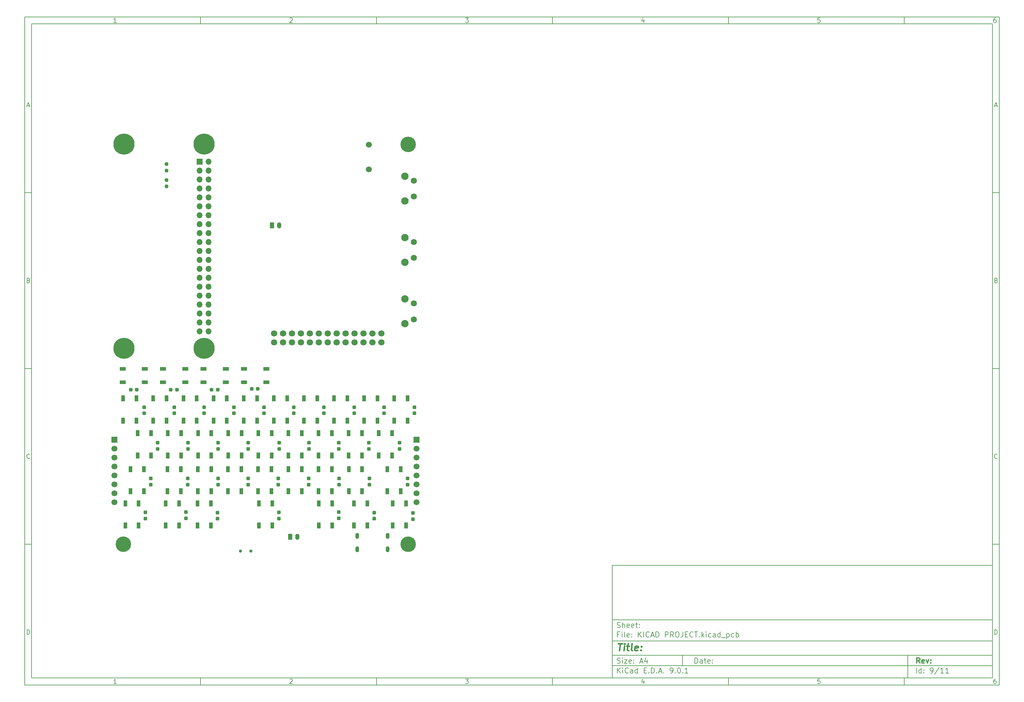
<source format=gbr>
%TF.GenerationSoftware,KiCad,Pcbnew,9.0.1*%
%TF.CreationDate,2025-07-11T00:17:54-07:00*%
%TF.ProjectId,KICAD PROJECT,4b494341-4420-4505-924f-4a4543542e6b,rev?*%
%TF.SameCoordinates,Original*%
%TF.FileFunction,Soldermask,Top*%
%TF.FilePolarity,Negative*%
%FSLAX46Y46*%
G04 Gerber Fmt 4.6, Leading zero omitted, Abs format (unit mm)*
G04 Created by KiCad (PCBNEW 9.0.1) date 2025-07-11 00:17:54*
%MOMM*%
%LPD*%
G01*
G04 APERTURE LIST*
G04 Aperture macros list*
%AMRoundRect*
0 Rectangle with rounded corners*
0 $1 Rounding radius*
0 $2 $3 $4 $5 $6 $7 $8 $9 X,Y pos of 4 corners*
0 Add a 4 corners polygon primitive as box body*
4,1,4,$2,$3,$4,$5,$6,$7,$8,$9,$2,$3,0*
0 Add four circle primitives for the rounded corners*
1,1,$1+$1,$2,$3*
1,1,$1+$1,$4,$5*
1,1,$1+$1,$6,$7*
1,1,$1+$1,$8,$9*
0 Add four rect primitives between the rounded corners*
20,1,$1+$1,$2,$3,$4,$5,0*
20,1,$1+$1,$4,$5,$6,$7,0*
20,1,$1+$1,$6,$7,$8,$9,0*
20,1,$1+$1,$8,$9,$2,$3,0*%
G04 Aperture macros list end*
%ADD10C,0.100000*%
%ADD11C,0.150000*%
%ADD12C,0.300000*%
%ADD13C,0.400000*%
%ADD14C,1.800000*%
%ADD15RoundRect,0.237500X-0.237500X0.287500X-0.237500X-0.287500X0.237500X-0.287500X0.237500X0.287500X0*%
%ADD16R,1.000000X1.700000*%
%ADD17RoundRect,0.237500X-0.287500X-0.237500X0.287500X-0.237500X0.287500X0.237500X-0.287500X0.237500X0*%
%ADD18C,4.400000*%
%ADD19R,1.700000X1.000000*%
%ADD20RoundRect,0.237500X-0.237500X0.250000X-0.237500X-0.250000X0.237500X-0.250000X0.237500X0.250000X0*%
%ADD21RoundRect,0.237500X0.237500X-0.250000X0.237500X0.250000X-0.237500X0.250000X-0.237500X-0.250000X0*%
%ADD22C,2.100000*%
%ADD23C,1.750000*%
%ADD24C,6.000000*%
%ADD25R,1.700000X1.700000*%
%ADD26O,1.700000X1.700000*%
%ADD27RoundRect,0.250000X-0.350000X-0.625000X0.350000X-0.625000X0.350000X0.625000X-0.350000X0.625000X0*%
%ADD28O,1.200000X1.750000*%
%ADD29O,1.100000X1.700000*%
%ADD30C,1.700000*%
%ADD31C,0.900000*%
G04 APERTURE END LIST*
D10*
D11*
X177002200Y-166007200D02*
X285002200Y-166007200D01*
X285002200Y-198007200D01*
X177002200Y-198007200D01*
X177002200Y-166007200D01*
D10*
D11*
X10000000Y-10000000D02*
X287002200Y-10000000D01*
X287002200Y-200007200D01*
X10000000Y-200007200D01*
X10000000Y-10000000D01*
D10*
D11*
X12000000Y-12000000D02*
X285002200Y-12000000D01*
X285002200Y-198007200D01*
X12000000Y-198007200D01*
X12000000Y-12000000D01*
D10*
D11*
X60000000Y-12000000D02*
X60000000Y-10000000D01*
D10*
D11*
X110000000Y-12000000D02*
X110000000Y-10000000D01*
D10*
D11*
X160000000Y-12000000D02*
X160000000Y-10000000D01*
D10*
D11*
X210000000Y-12000000D02*
X210000000Y-10000000D01*
D10*
D11*
X260000000Y-12000000D02*
X260000000Y-10000000D01*
D10*
D11*
X36089160Y-11593604D02*
X35346303Y-11593604D01*
X35717731Y-11593604D02*
X35717731Y-10293604D01*
X35717731Y-10293604D02*
X35593922Y-10479319D01*
X35593922Y-10479319D02*
X35470112Y-10603128D01*
X35470112Y-10603128D02*
X35346303Y-10665033D01*
D10*
D11*
X85346303Y-10417414D02*
X85408207Y-10355509D01*
X85408207Y-10355509D02*
X85532017Y-10293604D01*
X85532017Y-10293604D02*
X85841541Y-10293604D01*
X85841541Y-10293604D02*
X85965350Y-10355509D01*
X85965350Y-10355509D02*
X86027255Y-10417414D01*
X86027255Y-10417414D02*
X86089160Y-10541223D01*
X86089160Y-10541223D02*
X86089160Y-10665033D01*
X86089160Y-10665033D02*
X86027255Y-10850747D01*
X86027255Y-10850747D02*
X85284398Y-11593604D01*
X85284398Y-11593604D02*
X86089160Y-11593604D01*
D10*
D11*
X135284398Y-10293604D02*
X136089160Y-10293604D01*
X136089160Y-10293604D02*
X135655826Y-10788842D01*
X135655826Y-10788842D02*
X135841541Y-10788842D01*
X135841541Y-10788842D02*
X135965350Y-10850747D01*
X135965350Y-10850747D02*
X136027255Y-10912652D01*
X136027255Y-10912652D02*
X136089160Y-11036461D01*
X136089160Y-11036461D02*
X136089160Y-11345985D01*
X136089160Y-11345985D02*
X136027255Y-11469795D01*
X136027255Y-11469795D02*
X135965350Y-11531700D01*
X135965350Y-11531700D02*
X135841541Y-11593604D01*
X135841541Y-11593604D02*
X135470112Y-11593604D01*
X135470112Y-11593604D02*
X135346303Y-11531700D01*
X135346303Y-11531700D02*
X135284398Y-11469795D01*
D10*
D11*
X185965350Y-10726938D02*
X185965350Y-11593604D01*
X185655826Y-10231700D02*
X185346303Y-11160271D01*
X185346303Y-11160271D02*
X186151064Y-11160271D01*
D10*
D11*
X236027255Y-10293604D02*
X235408207Y-10293604D01*
X235408207Y-10293604D02*
X235346303Y-10912652D01*
X235346303Y-10912652D02*
X235408207Y-10850747D01*
X235408207Y-10850747D02*
X235532017Y-10788842D01*
X235532017Y-10788842D02*
X235841541Y-10788842D01*
X235841541Y-10788842D02*
X235965350Y-10850747D01*
X235965350Y-10850747D02*
X236027255Y-10912652D01*
X236027255Y-10912652D02*
X236089160Y-11036461D01*
X236089160Y-11036461D02*
X236089160Y-11345985D01*
X236089160Y-11345985D02*
X236027255Y-11469795D01*
X236027255Y-11469795D02*
X235965350Y-11531700D01*
X235965350Y-11531700D02*
X235841541Y-11593604D01*
X235841541Y-11593604D02*
X235532017Y-11593604D01*
X235532017Y-11593604D02*
X235408207Y-11531700D01*
X235408207Y-11531700D02*
X235346303Y-11469795D01*
D10*
D11*
X285965350Y-10293604D02*
X285717731Y-10293604D01*
X285717731Y-10293604D02*
X285593922Y-10355509D01*
X285593922Y-10355509D02*
X285532017Y-10417414D01*
X285532017Y-10417414D02*
X285408207Y-10603128D01*
X285408207Y-10603128D02*
X285346303Y-10850747D01*
X285346303Y-10850747D02*
X285346303Y-11345985D01*
X285346303Y-11345985D02*
X285408207Y-11469795D01*
X285408207Y-11469795D02*
X285470112Y-11531700D01*
X285470112Y-11531700D02*
X285593922Y-11593604D01*
X285593922Y-11593604D02*
X285841541Y-11593604D01*
X285841541Y-11593604D02*
X285965350Y-11531700D01*
X285965350Y-11531700D02*
X286027255Y-11469795D01*
X286027255Y-11469795D02*
X286089160Y-11345985D01*
X286089160Y-11345985D02*
X286089160Y-11036461D01*
X286089160Y-11036461D02*
X286027255Y-10912652D01*
X286027255Y-10912652D02*
X285965350Y-10850747D01*
X285965350Y-10850747D02*
X285841541Y-10788842D01*
X285841541Y-10788842D02*
X285593922Y-10788842D01*
X285593922Y-10788842D02*
X285470112Y-10850747D01*
X285470112Y-10850747D02*
X285408207Y-10912652D01*
X285408207Y-10912652D02*
X285346303Y-11036461D01*
D10*
D11*
X60000000Y-198007200D02*
X60000000Y-200007200D01*
D10*
D11*
X110000000Y-198007200D02*
X110000000Y-200007200D01*
D10*
D11*
X160000000Y-198007200D02*
X160000000Y-200007200D01*
D10*
D11*
X210000000Y-198007200D02*
X210000000Y-200007200D01*
D10*
D11*
X260000000Y-198007200D02*
X260000000Y-200007200D01*
D10*
D11*
X36089160Y-199600804D02*
X35346303Y-199600804D01*
X35717731Y-199600804D02*
X35717731Y-198300804D01*
X35717731Y-198300804D02*
X35593922Y-198486519D01*
X35593922Y-198486519D02*
X35470112Y-198610328D01*
X35470112Y-198610328D02*
X35346303Y-198672233D01*
D10*
D11*
X85346303Y-198424614D02*
X85408207Y-198362709D01*
X85408207Y-198362709D02*
X85532017Y-198300804D01*
X85532017Y-198300804D02*
X85841541Y-198300804D01*
X85841541Y-198300804D02*
X85965350Y-198362709D01*
X85965350Y-198362709D02*
X86027255Y-198424614D01*
X86027255Y-198424614D02*
X86089160Y-198548423D01*
X86089160Y-198548423D02*
X86089160Y-198672233D01*
X86089160Y-198672233D02*
X86027255Y-198857947D01*
X86027255Y-198857947D02*
X85284398Y-199600804D01*
X85284398Y-199600804D02*
X86089160Y-199600804D01*
D10*
D11*
X135284398Y-198300804D02*
X136089160Y-198300804D01*
X136089160Y-198300804D02*
X135655826Y-198796042D01*
X135655826Y-198796042D02*
X135841541Y-198796042D01*
X135841541Y-198796042D02*
X135965350Y-198857947D01*
X135965350Y-198857947D02*
X136027255Y-198919852D01*
X136027255Y-198919852D02*
X136089160Y-199043661D01*
X136089160Y-199043661D02*
X136089160Y-199353185D01*
X136089160Y-199353185D02*
X136027255Y-199476995D01*
X136027255Y-199476995D02*
X135965350Y-199538900D01*
X135965350Y-199538900D02*
X135841541Y-199600804D01*
X135841541Y-199600804D02*
X135470112Y-199600804D01*
X135470112Y-199600804D02*
X135346303Y-199538900D01*
X135346303Y-199538900D02*
X135284398Y-199476995D01*
D10*
D11*
X185965350Y-198734138D02*
X185965350Y-199600804D01*
X185655826Y-198238900D02*
X185346303Y-199167471D01*
X185346303Y-199167471D02*
X186151064Y-199167471D01*
D10*
D11*
X236027255Y-198300804D02*
X235408207Y-198300804D01*
X235408207Y-198300804D02*
X235346303Y-198919852D01*
X235346303Y-198919852D02*
X235408207Y-198857947D01*
X235408207Y-198857947D02*
X235532017Y-198796042D01*
X235532017Y-198796042D02*
X235841541Y-198796042D01*
X235841541Y-198796042D02*
X235965350Y-198857947D01*
X235965350Y-198857947D02*
X236027255Y-198919852D01*
X236027255Y-198919852D02*
X236089160Y-199043661D01*
X236089160Y-199043661D02*
X236089160Y-199353185D01*
X236089160Y-199353185D02*
X236027255Y-199476995D01*
X236027255Y-199476995D02*
X235965350Y-199538900D01*
X235965350Y-199538900D02*
X235841541Y-199600804D01*
X235841541Y-199600804D02*
X235532017Y-199600804D01*
X235532017Y-199600804D02*
X235408207Y-199538900D01*
X235408207Y-199538900D02*
X235346303Y-199476995D01*
D10*
D11*
X285965350Y-198300804D02*
X285717731Y-198300804D01*
X285717731Y-198300804D02*
X285593922Y-198362709D01*
X285593922Y-198362709D02*
X285532017Y-198424614D01*
X285532017Y-198424614D02*
X285408207Y-198610328D01*
X285408207Y-198610328D02*
X285346303Y-198857947D01*
X285346303Y-198857947D02*
X285346303Y-199353185D01*
X285346303Y-199353185D02*
X285408207Y-199476995D01*
X285408207Y-199476995D02*
X285470112Y-199538900D01*
X285470112Y-199538900D02*
X285593922Y-199600804D01*
X285593922Y-199600804D02*
X285841541Y-199600804D01*
X285841541Y-199600804D02*
X285965350Y-199538900D01*
X285965350Y-199538900D02*
X286027255Y-199476995D01*
X286027255Y-199476995D02*
X286089160Y-199353185D01*
X286089160Y-199353185D02*
X286089160Y-199043661D01*
X286089160Y-199043661D02*
X286027255Y-198919852D01*
X286027255Y-198919852D02*
X285965350Y-198857947D01*
X285965350Y-198857947D02*
X285841541Y-198796042D01*
X285841541Y-198796042D02*
X285593922Y-198796042D01*
X285593922Y-198796042D02*
X285470112Y-198857947D01*
X285470112Y-198857947D02*
X285408207Y-198919852D01*
X285408207Y-198919852D02*
X285346303Y-199043661D01*
D10*
D11*
X10000000Y-60000000D02*
X12000000Y-60000000D01*
D10*
D11*
X10000000Y-110000000D02*
X12000000Y-110000000D01*
D10*
D11*
X10000000Y-160000000D02*
X12000000Y-160000000D01*
D10*
D11*
X10690476Y-35222176D02*
X11309523Y-35222176D01*
X10566666Y-35593604D02*
X10999999Y-34293604D01*
X10999999Y-34293604D02*
X11433333Y-35593604D01*
D10*
D11*
X11092857Y-84912652D02*
X11278571Y-84974557D01*
X11278571Y-84974557D02*
X11340476Y-85036461D01*
X11340476Y-85036461D02*
X11402380Y-85160271D01*
X11402380Y-85160271D02*
X11402380Y-85345985D01*
X11402380Y-85345985D02*
X11340476Y-85469795D01*
X11340476Y-85469795D02*
X11278571Y-85531700D01*
X11278571Y-85531700D02*
X11154761Y-85593604D01*
X11154761Y-85593604D02*
X10659523Y-85593604D01*
X10659523Y-85593604D02*
X10659523Y-84293604D01*
X10659523Y-84293604D02*
X11092857Y-84293604D01*
X11092857Y-84293604D02*
X11216666Y-84355509D01*
X11216666Y-84355509D02*
X11278571Y-84417414D01*
X11278571Y-84417414D02*
X11340476Y-84541223D01*
X11340476Y-84541223D02*
X11340476Y-84665033D01*
X11340476Y-84665033D02*
X11278571Y-84788842D01*
X11278571Y-84788842D02*
X11216666Y-84850747D01*
X11216666Y-84850747D02*
X11092857Y-84912652D01*
X11092857Y-84912652D02*
X10659523Y-84912652D01*
D10*
D11*
X11402380Y-135469795D02*
X11340476Y-135531700D01*
X11340476Y-135531700D02*
X11154761Y-135593604D01*
X11154761Y-135593604D02*
X11030952Y-135593604D01*
X11030952Y-135593604D02*
X10845238Y-135531700D01*
X10845238Y-135531700D02*
X10721428Y-135407890D01*
X10721428Y-135407890D02*
X10659523Y-135284080D01*
X10659523Y-135284080D02*
X10597619Y-135036461D01*
X10597619Y-135036461D02*
X10597619Y-134850747D01*
X10597619Y-134850747D02*
X10659523Y-134603128D01*
X10659523Y-134603128D02*
X10721428Y-134479319D01*
X10721428Y-134479319D02*
X10845238Y-134355509D01*
X10845238Y-134355509D02*
X11030952Y-134293604D01*
X11030952Y-134293604D02*
X11154761Y-134293604D01*
X11154761Y-134293604D02*
X11340476Y-134355509D01*
X11340476Y-134355509D02*
X11402380Y-134417414D01*
D10*
D11*
X10659523Y-185593604D02*
X10659523Y-184293604D01*
X10659523Y-184293604D02*
X10969047Y-184293604D01*
X10969047Y-184293604D02*
X11154761Y-184355509D01*
X11154761Y-184355509D02*
X11278571Y-184479319D01*
X11278571Y-184479319D02*
X11340476Y-184603128D01*
X11340476Y-184603128D02*
X11402380Y-184850747D01*
X11402380Y-184850747D02*
X11402380Y-185036461D01*
X11402380Y-185036461D02*
X11340476Y-185284080D01*
X11340476Y-185284080D02*
X11278571Y-185407890D01*
X11278571Y-185407890D02*
X11154761Y-185531700D01*
X11154761Y-185531700D02*
X10969047Y-185593604D01*
X10969047Y-185593604D02*
X10659523Y-185593604D01*
D10*
D11*
X287002200Y-60000000D02*
X285002200Y-60000000D01*
D10*
D11*
X287002200Y-110000000D02*
X285002200Y-110000000D01*
D10*
D11*
X287002200Y-160000000D02*
X285002200Y-160000000D01*
D10*
D11*
X285692676Y-35222176D02*
X286311723Y-35222176D01*
X285568866Y-35593604D02*
X286002199Y-34293604D01*
X286002199Y-34293604D02*
X286435533Y-35593604D01*
D10*
D11*
X286095057Y-84912652D02*
X286280771Y-84974557D01*
X286280771Y-84974557D02*
X286342676Y-85036461D01*
X286342676Y-85036461D02*
X286404580Y-85160271D01*
X286404580Y-85160271D02*
X286404580Y-85345985D01*
X286404580Y-85345985D02*
X286342676Y-85469795D01*
X286342676Y-85469795D02*
X286280771Y-85531700D01*
X286280771Y-85531700D02*
X286156961Y-85593604D01*
X286156961Y-85593604D02*
X285661723Y-85593604D01*
X285661723Y-85593604D02*
X285661723Y-84293604D01*
X285661723Y-84293604D02*
X286095057Y-84293604D01*
X286095057Y-84293604D02*
X286218866Y-84355509D01*
X286218866Y-84355509D02*
X286280771Y-84417414D01*
X286280771Y-84417414D02*
X286342676Y-84541223D01*
X286342676Y-84541223D02*
X286342676Y-84665033D01*
X286342676Y-84665033D02*
X286280771Y-84788842D01*
X286280771Y-84788842D02*
X286218866Y-84850747D01*
X286218866Y-84850747D02*
X286095057Y-84912652D01*
X286095057Y-84912652D02*
X285661723Y-84912652D01*
D10*
D11*
X286404580Y-135469795D02*
X286342676Y-135531700D01*
X286342676Y-135531700D02*
X286156961Y-135593604D01*
X286156961Y-135593604D02*
X286033152Y-135593604D01*
X286033152Y-135593604D02*
X285847438Y-135531700D01*
X285847438Y-135531700D02*
X285723628Y-135407890D01*
X285723628Y-135407890D02*
X285661723Y-135284080D01*
X285661723Y-135284080D02*
X285599819Y-135036461D01*
X285599819Y-135036461D02*
X285599819Y-134850747D01*
X285599819Y-134850747D02*
X285661723Y-134603128D01*
X285661723Y-134603128D02*
X285723628Y-134479319D01*
X285723628Y-134479319D02*
X285847438Y-134355509D01*
X285847438Y-134355509D02*
X286033152Y-134293604D01*
X286033152Y-134293604D02*
X286156961Y-134293604D01*
X286156961Y-134293604D02*
X286342676Y-134355509D01*
X286342676Y-134355509D02*
X286404580Y-134417414D01*
D10*
D11*
X285661723Y-185593604D02*
X285661723Y-184293604D01*
X285661723Y-184293604D02*
X285971247Y-184293604D01*
X285971247Y-184293604D02*
X286156961Y-184355509D01*
X286156961Y-184355509D02*
X286280771Y-184479319D01*
X286280771Y-184479319D02*
X286342676Y-184603128D01*
X286342676Y-184603128D02*
X286404580Y-184850747D01*
X286404580Y-184850747D02*
X286404580Y-185036461D01*
X286404580Y-185036461D02*
X286342676Y-185284080D01*
X286342676Y-185284080D02*
X286280771Y-185407890D01*
X286280771Y-185407890D02*
X286156961Y-185531700D01*
X286156961Y-185531700D02*
X285971247Y-185593604D01*
X285971247Y-185593604D02*
X285661723Y-185593604D01*
D10*
D11*
X200458026Y-193793328D02*
X200458026Y-192293328D01*
X200458026Y-192293328D02*
X200815169Y-192293328D01*
X200815169Y-192293328D02*
X201029455Y-192364757D01*
X201029455Y-192364757D02*
X201172312Y-192507614D01*
X201172312Y-192507614D02*
X201243741Y-192650471D01*
X201243741Y-192650471D02*
X201315169Y-192936185D01*
X201315169Y-192936185D02*
X201315169Y-193150471D01*
X201315169Y-193150471D02*
X201243741Y-193436185D01*
X201243741Y-193436185D02*
X201172312Y-193579042D01*
X201172312Y-193579042D02*
X201029455Y-193721900D01*
X201029455Y-193721900D02*
X200815169Y-193793328D01*
X200815169Y-193793328D02*
X200458026Y-193793328D01*
X202600884Y-193793328D02*
X202600884Y-193007614D01*
X202600884Y-193007614D02*
X202529455Y-192864757D01*
X202529455Y-192864757D02*
X202386598Y-192793328D01*
X202386598Y-192793328D02*
X202100884Y-192793328D01*
X202100884Y-192793328D02*
X201958026Y-192864757D01*
X202600884Y-193721900D02*
X202458026Y-193793328D01*
X202458026Y-193793328D02*
X202100884Y-193793328D01*
X202100884Y-193793328D02*
X201958026Y-193721900D01*
X201958026Y-193721900D02*
X201886598Y-193579042D01*
X201886598Y-193579042D02*
X201886598Y-193436185D01*
X201886598Y-193436185D02*
X201958026Y-193293328D01*
X201958026Y-193293328D02*
X202100884Y-193221900D01*
X202100884Y-193221900D02*
X202458026Y-193221900D01*
X202458026Y-193221900D02*
X202600884Y-193150471D01*
X203100884Y-192793328D02*
X203672312Y-192793328D01*
X203315169Y-192293328D02*
X203315169Y-193579042D01*
X203315169Y-193579042D02*
X203386598Y-193721900D01*
X203386598Y-193721900D02*
X203529455Y-193793328D01*
X203529455Y-193793328D02*
X203672312Y-193793328D01*
X204743741Y-193721900D02*
X204600884Y-193793328D01*
X204600884Y-193793328D02*
X204315170Y-193793328D01*
X204315170Y-193793328D02*
X204172312Y-193721900D01*
X204172312Y-193721900D02*
X204100884Y-193579042D01*
X204100884Y-193579042D02*
X204100884Y-193007614D01*
X204100884Y-193007614D02*
X204172312Y-192864757D01*
X204172312Y-192864757D02*
X204315170Y-192793328D01*
X204315170Y-192793328D02*
X204600884Y-192793328D01*
X204600884Y-192793328D02*
X204743741Y-192864757D01*
X204743741Y-192864757D02*
X204815170Y-193007614D01*
X204815170Y-193007614D02*
X204815170Y-193150471D01*
X204815170Y-193150471D02*
X204100884Y-193293328D01*
X205458026Y-193650471D02*
X205529455Y-193721900D01*
X205529455Y-193721900D02*
X205458026Y-193793328D01*
X205458026Y-193793328D02*
X205386598Y-193721900D01*
X205386598Y-193721900D02*
X205458026Y-193650471D01*
X205458026Y-193650471D02*
X205458026Y-193793328D01*
X205458026Y-192864757D02*
X205529455Y-192936185D01*
X205529455Y-192936185D02*
X205458026Y-193007614D01*
X205458026Y-193007614D02*
X205386598Y-192936185D01*
X205386598Y-192936185D02*
X205458026Y-192864757D01*
X205458026Y-192864757D02*
X205458026Y-193007614D01*
D10*
D11*
X177002200Y-194507200D02*
X285002200Y-194507200D01*
D10*
D11*
X178458026Y-196593328D02*
X178458026Y-195093328D01*
X179315169Y-196593328D02*
X178672312Y-195736185D01*
X179315169Y-195093328D02*
X178458026Y-195950471D01*
X179958026Y-196593328D02*
X179958026Y-195593328D01*
X179958026Y-195093328D02*
X179886598Y-195164757D01*
X179886598Y-195164757D02*
X179958026Y-195236185D01*
X179958026Y-195236185D02*
X180029455Y-195164757D01*
X180029455Y-195164757D02*
X179958026Y-195093328D01*
X179958026Y-195093328D02*
X179958026Y-195236185D01*
X181529455Y-196450471D02*
X181458027Y-196521900D01*
X181458027Y-196521900D02*
X181243741Y-196593328D01*
X181243741Y-196593328D02*
X181100884Y-196593328D01*
X181100884Y-196593328D02*
X180886598Y-196521900D01*
X180886598Y-196521900D02*
X180743741Y-196379042D01*
X180743741Y-196379042D02*
X180672312Y-196236185D01*
X180672312Y-196236185D02*
X180600884Y-195950471D01*
X180600884Y-195950471D02*
X180600884Y-195736185D01*
X180600884Y-195736185D02*
X180672312Y-195450471D01*
X180672312Y-195450471D02*
X180743741Y-195307614D01*
X180743741Y-195307614D02*
X180886598Y-195164757D01*
X180886598Y-195164757D02*
X181100884Y-195093328D01*
X181100884Y-195093328D02*
X181243741Y-195093328D01*
X181243741Y-195093328D02*
X181458027Y-195164757D01*
X181458027Y-195164757D02*
X181529455Y-195236185D01*
X182815170Y-196593328D02*
X182815170Y-195807614D01*
X182815170Y-195807614D02*
X182743741Y-195664757D01*
X182743741Y-195664757D02*
X182600884Y-195593328D01*
X182600884Y-195593328D02*
X182315170Y-195593328D01*
X182315170Y-195593328D02*
X182172312Y-195664757D01*
X182815170Y-196521900D02*
X182672312Y-196593328D01*
X182672312Y-196593328D02*
X182315170Y-196593328D01*
X182315170Y-196593328D02*
X182172312Y-196521900D01*
X182172312Y-196521900D02*
X182100884Y-196379042D01*
X182100884Y-196379042D02*
X182100884Y-196236185D01*
X182100884Y-196236185D02*
X182172312Y-196093328D01*
X182172312Y-196093328D02*
X182315170Y-196021900D01*
X182315170Y-196021900D02*
X182672312Y-196021900D01*
X182672312Y-196021900D02*
X182815170Y-195950471D01*
X184172313Y-196593328D02*
X184172313Y-195093328D01*
X184172313Y-196521900D02*
X184029455Y-196593328D01*
X184029455Y-196593328D02*
X183743741Y-196593328D01*
X183743741Y-196593328D02*
X183600884Y-196521900D01*
X183600884Y-196521900D02*
X183529455Y-196450471D01*
X183529455Y-196450471D02*
X183458027Y-196307614D01*
X183458027Y-196307614D02*
X183458027Y-195879042D01*
X183458027Y-195879042D02*
X183529455Y-195736185D01*
X183529455Y-195736185D02*
X183600884Y-195664757D01*
X183600884Y-195664757D02*
X183743741Y-195593328D01*
X183743741Y-195593328D02*
X184029455Y-195593328D01*
X184029455Y-195593328D02*
X184172313Y-195664757D01*
X186029455Y-195807614D02*
X186529455Y-195807614D01*
X186743741Y-196593328D02*
X186029455Y-196593328D01*
X186029455Y-196593328D02*
X186029455Y-195093328D01*
X186029455Y-195093328D02*
X186743741Y-195093328D01*
X187386598Y-196450471D02*
X187458027Y-196521900D01*
X187458027Y-196521900D02*
X187386598Y-196593328D01*
X187386598Y-196593328D02*
X187315170Y-196521900D01*
X187315170Y-196521900D02*
X187386598Y-196450471D01*
X187386598Y-196450471D02*
X187386598Y-196593328D01*
X188100884Y-196593328D02*
X188100884Y-195093328D01*
X188100884Y-195093328D02*
X188458027Y-195093328D01*
X188458027Y-195093328D02*
X188672313Y-195164757D01*
X188672313Y-195164757D02*
X188815170Y-195307614D01*
X188815170Y-195307614D02*
X188886599Y-195450471D01*
X188886599Y-195450471D02*
X188958027Y-195736185D01*
X188958027Y-195736185D02*
X188958027Y-195950471D01*
X188958027Y-195950471D02*
X188886599Y-196236185D01*
X188886599Y-196236185D02*
X188815170Y-196379042D01*
X188815170Y-196379042D02*
X188672313Y-196521900D01*
X188672313Y-196521900D02*
X188458027Y-196593328D01*
X188458027Y-196593328D02*
X188100884Y-196593328D01*
X189600884Y-196450471D02*
X189672313Y-196521900D01*
X189672313Y-196521900D02*
X189600884Y-196593328D01*
X189600884Y-196593328D02*
X189529456Y-196521900D01*
X189529456Y-196521900D02*
X189600884Y-196450471D01*
X189600884Y-196450471D02*
X189600884Y-196593328D01*
X190243742Y-196164757D02*
X190958028Y-196164757D01*
X190100885Y-196593328D02*
X190600885Y-195093328D01*
X190600885Y-195093328D02*
X191100885Y-196593328D01*
X191600884Y-196450471D02*
X191672313Y-196521900D01*
X191672313Y-196521900D02*
X191600884Y-196593328D01*
X191600884Y-196593328D02*
X191529456Y-196521900D01*
X191529456Y-196521900D02*
X191600884Y-196450471D01*
X191600884Y-196450471D02*
X191600884Y-196593328D01*
X193529456Y-196593328D02*
X193815170Y-196593328D01*
X193815170Y-196593328D02*
X193958027Y-196521900D01*
X193958027Y-196521900D02*
X194029456Y-196450471D01*
X194029456Y-196450471D02*
X194172313Y-196236185D01*
X194172313Y-196236185D02*
X194243742Y-195950471D01*
X194243742Y-195950471D02*
X194243742Y-195379042D01*
X194243742Y-195379042D02*
X194172313Y-195236185D01*
X194172313Y-195236185D02*
X194100885Y-195164757D01*
X194100885Y-195164757D02*
X193958027Y-195093328D01*
X193958027Y-195093328D02*
X193672313Y-195093328D01*
X193672313Y-195093328D02*
X193529456Y-195164757D01*
X193529456Y-195164757D02*
X193458027Y-195236185D01*
X193458027Y-195236185D02*
X193386599Y-195379042D01*
X193386599Y-195379042D02*
X193386599Y-195736185D01*
X193386599Y-195736185D02*
X193458027Y-195879042D01*
X193458027Y-195879042D02*
X193529456Y-195950471D01*
X193529456Y-195950471D02*
X193672313Y-196021900D01*
X193672313Y-196021900D02*
X193958027Y-196021900D01*
X193958027Y-196021900D02*
X194100885Y-195950471D01*
X194100885Y-195950471D02*
X194172313Y-195879042D01*
X194172313Y-195879042D02*
X194243742Y-195736185D01*
X194886598Y-196450471D02*
X194958027Y-196521900D01*
X194958027Y-196521900D02*
X194886598Y-196593328D01*
X194886598Y-196593328D02*
X194815170Y-196521900D01*
X194815170Y-196521900D02*
X194886598Y-196450471D01*
X194886598Y-196450471D02*
X194886598Y-196593328D01*
X195886599Y-195093328D02*
X196029456Y-195093328D01*
X196029456Y-195093328D02*
X196172313Y-195164757D01*
X196172313Y-195164757D02*
X196243742Y-195236185D01*
X196243742Y-195236185D02*
X196315170Y-195379042D01*
X196315170Y-195379042D02*
X196386599Y-195664757D01*
X196386599Y-195664757D02*
X196386599Y-196021900D01*
X196386599Y-196021900D02*
X196315170Y-196307614D01*
X196315170Y-196307614D02*
X196243742Y-196450471D01*
X196243742Y-196450471D02*
X196172313Y-196521900D01*
X196172313Y-196521900D02*
X196029456Y-196593328D01*
X196029456Y-196593328D02*
X195886599Y-196593328D01*
X195886599Y-196593328D02*
X195743742Y-196521900D01*
X195743742Y-196521900D02*
X195672313Y-196450471D01*
X195672313Y-196450471D02*
X195600884Y-196307614D01*
X195600884Y-196307614D02*
X195529456Y-196021900D01*
X195529456Y-196021900D02*
X195529456Y-195664757D01*
X195529456Y-195664757D02*
X195600884Y-195379042D01*
X195600884Y-195379042D02*
X195672313Y-195236185D01*
X195672313Y-195236185D02*
X195743742Y-195164757D01*
X195743742Y-195164757D02*
X195886599Y-195093328D01*
X197029455Y-196450471D02*
X197100884Y-196521900D01*
X197100884Y-196521900D02*
X197029455Y-196593328D01*
X197029455Y-196593328D02*
X196958027Y-196521900D01*
X196958027Y-196521900D02*
X197029455Y-196450471D01*
X197029455Y-196450471D02*
X197029455Y-196593328D01*
X198529456Y-196593328D02*
X197672313Y-196593328D01*
X198100884Y-196593328D02*
X198100884Y-195093328D01*
X198100884Y-195093328D02*
X197958027Y-195307614D01*
X197958027Y-195307614D02*
X197815170Y-195450471D01*
X197815170Y-195450471D02*
X197672313Y-195521900D01*
D10*
D11*
X177002200Y-191507200D02*
X285002200Y-191507200D01*
D10*
D12*
X264413853Y-193785528D02*
X263913853Y-193071242D01*
X263556710Y-193785528D02*
X263556710Y-192285528D01*
X263556710Y-192285528D02*
X264128139Y-192285528D01*
X264128139Y-192285528D02*
X264270996Y-192356957D01*
X264270996Y-192356957D02*
X264342425Y-192428385D01*
X264342425Y-192428385D02*
X264413853Y-192571242D01*
X264413853Y-192571242D02*
X264413853Y-192785528D01*
X264413853Y-192785528D02*
X264342425Y-192928385D01*
X264342425Y-192928385D02*
X264270996Y-192999814D01*
X264270996Y-192999814D02*
X264128139Y-193071242D01*
X264128139Y-193071242D02*
X263556710Y-193071242D01*
X265628139Y-193714100D02*
X265485282Y-193785528D01*
X265485282Y-193785528D02*
X265199568Y-193785528D01*
X265199568Y-193785528D02*
X265056710Y-193714100D01*
X265056710Y-193714100D02*
X264985282Y-193571242D01*
X264985282Y-193571242D02*
X264985282Y-192999814D01*
X264985282Y-192999814D02*
X265056710Y-192856957D01*
X265056710Y-192856957D02*
X265199568Y-192785528D01*
X265199568Y-192785528D02*
X265485282Y-192785528D01*
X265485282Y-192785528D02*
X265628139Y-192856957D01*
X265628139Y-192856957D02*
X265699568Y-192999814D01*
X265699568Y-192999814D02*
X265699568Y-193142671D01*
X265699568Y-193142671D02*
X264985282Y-193285528D01*
X266199567Y-192785528D02*
X266556710Y-193785528D01*
X266556710Y-193785528D02*
X266913853Y-192785528D01*
X267485281Y-193642671D02*
X267556710Y-193714100D01*
X267556710Y-193714100D02*
X267485281Y-193785528D01*
X267485281Y-193785528D02*
X267413853Y-193714100D01*
X267413853Y-193714100D02*
X267485281Y-193642671D01*
X267485281Y-193642671D02*
X267485281Y-193785528D01*
X267485281Y-192856957D02*
X267556710Y-192928385D01*
X267556710Y-192928385D02*
X267485281Y-192999814D01*
X267485281Y-192999814D02*
X267413853Y-192928385D01*
X267413853Y-192928385D02*
X267485281Y-192856957D01*
X267485281Y-192856957D02*
X267485281Y-192999814D01*
D10*
D11*
X178386598Y-193721900D02*
X178600884Y-193793328D01*
X178600884Y-193793328D02*
X178958026Y-193793328D01*
X178958026Y-193793328D02*
X179100884Y-193721900D01*
X179100884Y-193721900D02*
X179172312Y-193650471D01*
X179172312Y-193650471D02*
X179243741Y-193507614D01*
X179243741Y-193507614D02*
X179243741Y-193364757D01*
X179243741Y-193364757D02*
X179172312Y-193221900D01*
X179172312Y-193221900D02*
X179100884Y-193150471D01*
X179100884Y-193150471D02*
X178958026Y-193079042D01*
X178958026Y-193079042D02*
X178672312Y-193007614D01*
X178672312Y-193007614D02*
X178529455Y-192936185D01*
X178529455Y-192936185D02*
X178458026Y-192864757D01*
X178458026Y-192864757D02*
X178386598Y-192721900D01*
X178386598Y-192721900D02*
X178386598Y-192579042D01*
X178386598Y-192579042D02*
X178458026Y-192436185D01*
X178458026Y-192436185D02*
X178529455Y-192364757D01*
X178529455Y-192364757D02*
X178672312Y-192293328D01*
X178672312Y-192293328D02*
X179029455Y-192293328D01*
X179029455Y-192293328D02*
X179243741Y-192364757D01*
X179886597Y-193793328D02*
X179886597Y-192793328D01*
X179886597Y-192293328D02*
X179815169Y-192364757D01*
X179815169Y-192364757D02*
X179886597Y-192436185D01*
X179886597Y-192436185D02*
X179958026Y-192364757D01*
X179958026Y-192364757D02*
X179886597Y-192293328D01*
X179886597Y-192293328D02*
X179886597Y-192436185D01*
X180458026Y-192793328D02*
X181243741Y-192793328D01*
X181243741Y-192793328D02*
X180458026Y-193793328D01*
X180458026Y-193793328D02*
X181243741Y-193793328D01*
X182386598Y-193721900D02*
X182243741Y-193793328D01*
X182243741Y-193793328D02*
X181958027Y-193793328D01*
X181958027Y-193793328D02*
X181815169Y-193721900D01*
X181815169Y-193721900D02*
X181743741Y-193579042D01*
X181743741Y-193579042D02*
X181743741Y-193007614D01*
X181743741Y-193007614D02*
X181815169Y-192864757D01*
X181815169Y-192864757D02*
X181958027Y-192793328D01*
X181958027Y-192793328D02*
X182243741Y-192793328D01*
X182243741Y-192793328D02*
X182386598Y-192864757D01*
X182386598Y-192864757D02*
X182458027Y-193007614D01*
X182458027Y-193007614D02*
X182458027Y-193150471D01*
X182458027Y-193150471D02*
X181743741Y-193293328D01*
X183100883Y-193650471D02*
X183172312Y-193721900D01*
X183172312Y-193721900D02*
X183100883Y-193793328D01*
X183100883Y-193793328D02*
X183029455Y-193721900D01*
X183029455Y-193721900D02*
X183100883Y-193650471D01*
X183100883Y-193650471D02*
X183100883Y-193793328D01*
X183100883Y-192864757D02*
X183172312Y-192936185D01*
X183172312Y-192936185D02*
X183100883Y-193007614D01*
X183100883Y-193007614D02*
X183029455Y-192936185D01*
X183029455Y-192936185D02*
X183100883Y-192864757D01*
X183100883Y-192864757D02*
X183100883Y-193007614D01*
X184886598Y-193364757D02*
X185600884Y-193364757D01*
X184743741Y-193793328D02*
X185243741Y-192293328D01*
X185243741Y-192293328D02*
X185743741Y-193793328D01*
X186886598Y-192793328D02*
X186886598Y-193793328D01*
X186529455Y-192221900D02*
X186172312Y-193293328D01*
X186172312Y-193293328D02*
X187100883Y-193293328D01*
D10*
D11*
X263458026Y-196593328D02*
X263458026Y-195093328D01*
X264815170Y-196593328D02*
X264815170Y-195093328D01*
X264815170Y-196521900D02*
X264672312Y-196593328D01*
X264672312Y-196593328D02*
X264386598Y-196593328D01*
X264386598Y-196593328D02*
X264243741Y-196521900D01*
X264243741Y-196521900D02*
X264172312Y-196450471D01*
X264172312Y-196450471D02*
X264100884Y-196307614D01*
X264100884Y-196307614D02*
X264100884Y-195879042D01*
X264100884Y-195879042D02*
X264172312Y-195736185D01*
X264172312Y-195736185D02*
X264243741Y-195664757D01*
X264243741Y-195664757D02*
X264386598Y-195593328D01*
X264386598Y-195593328D02*
X264672312Y-195593328D01*
X264672312Y-195593328D02*
X264815170Y-195664757D01*
X265529455Y-196450471D02*
X265600884Y-196521900D01*
X265600884Y-196521900D02*
X265529455Y-196593328D01*
X265529455Y-196593328D02*
X265458027Y-196521900D01*
X265458027Y-196521900D02*
X265529455Y-196450471D01*
X265529455Y-196450471D02*
X265529455Y-196593328D01*
X265529455Y-195664757D02*
X265600884Y-195736185D01*
X265600884Y-195736185D02*
X265529455Y-195807614D01*
X265529455Y-195807614D02*
X265458027Y-195736185D01*
X265458027Y-195736185D02*
X265529455Y-195664757D01*
X265529455Y-195664757D02*
X265529455Y-195807614D01*
X267458027Y-196593328D02*
X267743741Y-196593328D01*
X267743741Y-196593328D02*
X267886598Y-196521900D01*
X267886598Y-196521900D02*
X267958027Y-196450471D01*
X267958027Y-196450471D02*
X268100884Y-196236185D01*
X268100884Y-196236185D02*
X268172313Y-195950471D01*
X268172313Y-195950471D02*
X268172313Y-195379042D01*
X268172313Y-195379042D02*
X268100884Y-195236185D01*
X268100884Y-195236185D02*
X268029456Y-195164757D01*
X268029456Y-195164757D02*
X267886598Y-195093328D01*
X267886598Y-195093328D02*
X267600884Y-195093328D01*
X267600884Y-195093328D02*
X267458027Y-195164757D01*
X267458027Y-195164757D02*
X267386598Y-195236185D01*
X267386598Y-195236185D02*
X267315170Y-195379042D01*
X267315170Y-195379042D02*
X267315170Y-195736185D01*
X267315170Y-195736185D02*
X267386598Y-195879042D01*
X267386598Y-195879042D02*
X267458027Y-195950471D01*
X267458027Y-195950471D02*
X267600884Y-196021900D01*
X267600884Y-196021900D02*
X267886598Y-196021900D01*
X267886598Y-196021900D02*
X268029456Y-195950471D01*
X268029456Y-195950471D02*
X268100884Y-195879042D01*
X268100884Y-195879042D02*
X268172313Y-195736185D01*
X269886598Y-195021900D02*
X268600884Y-196950471D01*
X271172313Y-196593328D02*
X270315170Y-196593328D01*
X270743741Y-196593328D02*
X270743741Y-195093328D01*
X270743741Y-195093328D02*
X270600884Y-195307614D01*
X270600884Y-195307614D02*
X270458027Y-195450471D01*
X270458027Y-195450471D02*
X270315170Y-195521900D01*
X272600884Y-196593328D02*
X271743741Y-196593328D01*
X272172312Y-196593328D02*
X272172312Y-195093328D01*
X272172312Y-195093328D02*
X272029455Y-195307614D01*
X272029455Y-195307614D02*
X271886598Y-195450471D01*
X271886598Y-195450471D02*
X271743741Y-195521900D01*
D10*
D11*
X177002200Y-187507200D02*
X285002200Y-187507200D01*
D10*
D13*
X178693928Y-188211638D02*
X179836785Y-188211638D01*
X179015357Y-190211638D02*
X179265357Y-188211638D01*
X180253452Y-190211638D02*
X180420119Y-188878304D01*
X180503452Y-188211638D02*
X180396309Y-188306876D01*
X180396309Y-188306876D02*
X180479643Y-188402114D01*
X180479643Y-188402114D02*
X180586786Y-188306876D01*
X180586786Y-188306876D02*
X180503452Y-188211638D01*
X180503452Y-188211638D02*
X180479643Y-188402114D01*
X181086786Y-188878304D02*
X181848690Y-188878304D01*
X181455833Y-188211638D02*
X181241548Y-189925923D01*
X181241548Y-189925923D02*
X181312976Y-190116400D01*
X181312976Y-190116400D02*
X181491548Y-190211638D01*
X181491548Y-190211638D02*
X181682024Y-190211638D01*
X182634405Y-190211638D02*
X182455833Y-190116400D01*
X182455833Y-190116400D02*
X182384405Y-189925923D01*
X182384405Y-189925923D02*
X182598690Y-188211638D01*
X184170119Y-190116400D02*
X183967738Y-190211638D01*
X183967738Y-190211638D02*
X183586785Y-190211638D01*
X183586785Y-190211638D02*
X183408214Y-190116400D01*
X183408214Y-190116400D02*
X183336785Y-189925923D01*
X183336785Y-189925923D02*
X183432024Y-189164019D01*
X183432024Y-189164019D02*
X183551071Y-188973542D01*
X183551071Y-188973542D02*
X183753452Y-188878304D01*
X183753452Y-188878304D02*
X184134404Y-188878304D01*
X184134404Y-188878304D02*
X184312976Y-188973542D01*
X184312976Y-188973542D02*
X184384404Y-189164019D01*
X184384404Y-189164019D02*
X184360595Y-189354495D01*
X184360595Y-189354495D02*
X183384404Y-189544971D01*
X185134405Y-190021161D02*
X185217738Y-190116400D01*
X185217738Y-190116400D02*
X185110595Y-190211638D01*
X185110595Y-190211638D02*
X185027262Y-190116400D01*
X185027262Y-190116400D02*
X185134405Y-190021161D01*
X185134405Y-190021161D02*
X185110595Y-190211638D01*
X185265357Y-188973542D02*
X185348690Y-189068780D01*
X185348690Y-189068780D02*
X185241548Y-189164019D01*
X185241548Y-189164019D02*
X185158214Y-189068780D01*
X185158214Y-189068780D02*
X185265357Y-188973542D01*
X185265357Y-188973542D02*
X185241548Y-189164019D01*
D10*
D11*
X178958026Y-185607614D02*
X178458026Y-185607614D01*
X178458026Y-186393328D02*
X178458026Y-184893328D01*
X178458026Y-184893328D02*
X179172312Y-184893328D01*
X179743740Y-186393328D02*
X179743740Y-185393328D01*
X179743740Y-184893328D02*
X179672312Y-184964757D01*
X179672312Y-184964757D02*
X179743740Y-185036185D01*
X179743740Y-185036185D02*
X179815169Y-184964757D01*
X179815169Y-184964757D02*
X179743740Y-184893328D01*
X179743740Y-184893328D02*
X179743740Y-185036185D01*
X180672312Y-186393328D02*
X180529455Y-186321900D01*
X180529455Y-186321900D02*
X180458026Y-186179042D01*
X180458026Y-186179042D02*
X180458026Y-184893328D01*
X181815169Y-186321900D02*
X181672312Y-186393328D01*
X181672312Y-186393328D02*
X181386598Y-186393328D01*
X181386598Y-186393328D02*
X181243740Y-186321900D01*
X181243740Y-186321900D02*
X181172312Y-186179042D01*
X181172312Y-186179042D02*
X181172312Y-185607614D01*
X181172312Y-185607614D02*
X181243740Y-185464757D01*
X181243740Y-185464757D02*
X181386598Y-185393328D01*
X181386598Y-185393328D02*
X181672312Y-185393328D01*
X181672312Y-185393328D02*
X181815169Y-185464757D01*
X181815169Y-185464757D02*
X181886598Y-185607614D01*
X181886598Y-185607614D02*
X181886598Y-185750471D01*
X181886598Y-185750471D02*
X181172312Y-185893328D01*
X182529454Y-186250471D02*
X182600883Y-186321900D01*
X182600883Y-186321900D02*
X182529454Y-186393328D01*
X182529454Y-186393328D02*
X182458026Y-186321900D01*
X182458026Y-186321900D02*
X182529454Y-186250471D01*
X182529454Y-186250471D02*
X182529454Y-186393328D01*
X182529454Y-185464757D02*
X182600883Y-185536185D01*
X182600883Y-185536185D02*
X182529454Y-185607614D01*
X182529454Y-185607614D02*
X182458026Y-185536185D01*
X182458026Y-185536185D02*
X182529454Y-185464757D01*
X182529454Y-185464757D02*
X182529454Y-185607614D01*
X184386597Y-186393328D02*
X184386597Y-184893328D01*
X185243740Y-186393328D02*
X184600883Y-185536185D01*
X185243740Y-184893328D02*
X184386597Y-185750471D01*
X185886597Y-186393328D02*
X185886597Y-184893328D01*
X187458026Y-186250471D02*
X187386598Y-186321900D01*
X187386598Y-186321900D02*
X187172312Y-186393328D01*
X187172312Y-186393328D02*
X187029455Y-186393328D01*
X187029455Y-186393328D02*
X186815169Y-186321900D01*
X186815169Y-186321900D02*
X186672312Y-186179042D01*
X186672312Y-186179042D02*
X186600883Y-186036185D01*
X186600883Y-186036185D02*
X186529455Y-185750471D01*
X186529455Y-185750471D02*
X186529455Y-185536185D01*
X186529455Y-185536185D02*
X186600883Y-185250471D01*
X186600883Y-185250471D02*
X186672312Y-185107614D01*
X186672312Y-185107614D02*
X186815169Y-184964757D01*
X186815169Y-184964757D02*
X187029455Y-184893328D01*
X187029455Y-184893328D02*
X187172312Y-184893328D01*
X187172312Y-184893328D02*
X187386598Y-184964757D01*
X187386598Y-184964757D02*
X187458026Y-185036185D01*
X188029455Y-185964757D02*
X188743741Y-185964757D01*
X187886598Y-186393328D02*
X188386598Y-184893328D01*
X188386598Y-184893328D02*
X188886598Y-186393328D01*
X189386597Y-186393328D02*
X189386597Y-184893328D01*
X189386597Y-184893328D02*
X189743740Y-184893328D01*
X189743740Y-184893328D02*
X189958026Y-184964757D01*
X189958026Y-184964757D02*
X190100883Y-185107614D01*
X190100883Y-185107614D02*
X190172312Y-185250471D01*
X190172312Y-185250471D02*
X190243740Y-185536185D01*
X190243740Y-185536185D02*
X190243740Y-185750471D01*
X190243740Y-185750471D02*
X190172312Y-186036185D01*
X190172312Y-186036185D02*
X190100883Y-186179042D01*
X190100883Y-186179042D02*
X189958026Y-186321900D01*
X189958026Y-186321900D02*
X189743740Y-186393328D01*
X189743740Y-186393328D02*
X189386597Y-186393328D01*
X192029454Y-186393328D02*
X192029454Y-184893328D01*
X192029454Y-184893328D02*
X192600883Y-184893328D01*
X192600883Y-184893328D02*
X192743740Y-184964757D01*
X192743740Y-184964757D02*
X192815169Y-185036185D01*
X192815169Y-185036185D02*
X192886597Y-185179042D01*
X192886597Y-185179042D02*
X192886597Y-185393328D01*
X192886597Y-185393328D02*
X192815169Y-185536185D01*
X192815169Y-185536185D02*
X192743740Y-185607614D01*
X192743740Y-185607614D02*
X192600883Y-185679042D01*
X192600883Y-185679042D02*
X192029454Y-185679042D01*
X194386597Y-186393328D02*
X193886597Y-185679042D01*
X193529454Y-186393328D02*
X193529454Y-184893328D01*
X193529454Y-184893328D02*
X194100883Y-184893328D01*
X194100883Y-184893328D02*
X194243740Y-184964757D01*
X194243740Y-184964757D02*
X194315169Y-185036185D01*
X194315169Y-185036185D02*
X194386597Y-185179042D01*
X194386597Y-185179042D02*
X194386597Y-185393328D01*
X194386597Y-185393328D02*
X194315169Y-185536185D01*
X194315169Y-185536185D02*
X194243740Y-185607614D01*
X194243740Y-185607614D02*
X194100883Y-185679042D01*
X194100883Y-185679042D02*
X193529454Y-185679042D01*
X195315169Y-184893328D02*
X195600883Y-184893328D01*
X195600883Y-184893328D02*
X195743740Y-184964757D01*
X195743740Y-184964757D02*
X195886597Y-185107614D01*
X195886597Y-185107614D02*
X195958026Y-185393328D01*
X195958026Y-185393328D02*
X195958026Y-185893328D01*
X195958026Y-185893328D02*
X195886597Y-186179042D01*
X195886597Y-186179042D02*
X195743740Y-186321900D01*
X195743740Y-186321900D02*
X195600883Y-186393328D01*
X195600883Y-186393328D02*
X195315169Y-186393328D01*
X195315169Y-186393328D02*
X195172312Y-186321900D01*
X195172312Y-186321900D02*
X195029454Y-186179042D01*
X195029454Y-186179042D02*
X194958026Y-185893328D01*
X194958026Y-185893328D02*
X194958026Y-185393328D01*
X194958026Y-185393328D02*
X195029454Y-185107614D01*
X195029454Y-185107614D02*
X195172312Y-184964757D01*
X195172312Y-184964757D02*
X195315169Y-184893328D01*
X197029455Y-184893328D02*
X197029455Y-185964757D01*
X197029455Y-185964757D02*
X196958026Y-186179042D01*
X196958026Y-186179042D02*
X196815169Y-186321900D01*
X196815169Y-186321900D02*
X196600883Y-186393328D01*
X196600883Y-186393328D02*
X196458026Y-186393328D01*
X197743740Y-185607614D02*
X198243740Y-185607614D01*
X198458026Y-186393328D02*
X197743740Y-186393328D01*
X197743740Y-186393328D02*
X197743740Y-184893328D01*
X197743740Y-184893328D02*
X198458026Y-184893328D01*
X199958026Y-186250471D02*
X199886598Y-186321900D01*
X199886598Y-186321900D02*
X199672312Y-186393328D01*
X199672312Y-186393328D02*
X199529455Y-186393328D01*
X199529455Y-186393328D02*
X199315169Y-186321900D01*
X199315169Y-186321900D02*
X199172312Y-186179042D01*
X199172312Y-186179042D02*
X199100883Y-186036185D01*
X199100883Y-186036185D02*
X199029455Y-185750471D01*
X199029455Y-185750471D02*
X199029455Y-185536185D01*
X199029455Y-185536185D02*
X199100883Y-185250471D01*
X199100883Y-185250471D02*
X199172312Y-185107614D01*
X199172312Y-185107614D02*
X199315169Y-184964757D01*
X199315169Y-184964757D02*
X199529455Y-184893328D01*
X199529455Y-184893328D02*
X199672312Y-184893328D01*
X199672312Y-184893328D02*
X199886598Y-184964757D01*
X199886598Y-184964757D02*
X199958026Y-185036185D01*
X200386598Y-184893328D02*
X201243741Y-184893328D01*
X200815169Y-186393328D02*
X200815169Y-184893328D01*
X201743740Y-186250471D02*
X201815169Y-186321900D01*
X201815169Y-186321900D02*
X201743740Y-186393328D01*
X201743740Y-186393328D02*
X201672312Y-186321900D01*
X201672312Y-186321900D02*
X201743740Y-186250471D01*
X201743740Y-186250471D02*
X201743740Y-186393328D01*
X202458026Y-186393328D02*
X202458026Y-184893328D01*
X202600884Y-185821900D02*
X203029455Y-186393328D01*
X203029455Y-185393328D02*
X202458026Y-185964757D01*
X203672312Y-186393328D02*
X203672312Y-185393328D01*
X203672312Y-184893328D02*
X203600884Y-184964757D01*
X203600884Y-184964757D02*
X203672312Y-185036185D01*
X203672312Y-185036185D02*
X203743741Y-184964757D01*
X203743741Y-184964757D02*
X203672312Y-184893328D01*
X203672312Y-184893328D02*
X203672312Y-185036185D01*
X205029456Y-186321900D02*
X204886598Y-186393328D01*
X204886598Y-186393328D02*
X204600884Y-186393328D01*
X204600884Y-186393328D02*
X204458027Y-186321900D01*
X204458027Y-186321900D02*
X204386598Y-186250471D01*
X204386598Y-186250471D02*
X204315170Y-186107614D01*
X204315170Y-186107614D02*
X204315170Y-185679042D01*
X204315170Y-185679042D02*
X204386598Y-185536185D01*
X204386598Y-185536185D02*
X204458027Y-185464757D01*
X204458027Y-185464757D02*
X204600884Y-185393328D01*
X204600884Y-185393328D02*
X204886598Y-185393328D01*
X204886598Y-185393328D02*
X205029456Y-185464757D01*
X206315170Y-186393328D02*
X206315170Y-185607614D01*
X206315170Y-185607614D02*
X206243741Y-185464757D01*
X206243741Y-185464757D02*
X206100884Y-185393328D01*
X206100884Y-185393328D02*
X205815170Y-185393328D01*
X205815170Y-185393328D02*
X205672312Y-185464757D01*
X206315170Y-186321900D02*
X206172312Y-186393328D01*
X206172312Y-186393328D02*
X205815170Y-186393328D01*
X205815170Y-186393328D02*
X205672312Y-186321900D01*
X205672312Y-186321900D02*
X205600884Y-186179042D01*
X205600884Y-186179042D02*
X205600884Y-186036185D01*
X205600884Y-186036185D02*
X205672312Y-185893328D01*
X205672312Y-185893328D02*
X205815170Y-185821900D01*
X205815170Y-185821900D02*
X206172312Y-185821900D01*
X206172312Y-185821900D02*
X206315170Y-185750471D01*
X207672313Y-186393328D02*
X207672313Y-184893328D01*
X207672313Y-186321900D02*
X207529455Y-186393328D01*
X207529455Y-186393328D02*
X207243741Y-186393328D01*
X207243741Y-186393328D02*
X207100884Y-186321900D01*
X207100884Y-186321900D02*
X207029455Y-186250471D01*
X207029455Y-186250471D02*
X206958027Y-186107614D01*
X206958027Y-186107614D02*
X206958027Y-185679042D01*
X206958027Y-185679042D02*
X207029455Y-185536185D01*
X207029455Y-185536185D02*
X207100884Y-185464757D01*
X207100884Y-185464757D02*
X207243741Y-185393328D01*
X207243741Y-185393328D02*
X207529455Y-185393328D01*
X207529455Y-185393328D02*
X207672313Y-185464757D01*
X208029456Y-186536185D02*
X209172313Y-186536185D01*
X209529455Y-185393328D02*
X209529455Y-186893328D01*
X209529455Y-185464757D02*
X209672313Y-185393328D01*
X209672313Y-185393328D02*
X209958027Y-185393328D01*
X209958027Y-185393328D02*
X210100884Y-185464757D01*
X210100884Y-185464757D02*
X210172313Y-185536185D01*
X210172313Y-185536185D02*
X210243741Y-185679042D01*
X210243741Y-185679042D02*
X210243741Y-186107614D01*
X210243741Y-186107614D02*
X210172313Y-186250471D01*
X210172313Y-186250471D02*
X210100884Y-186321900D01*
X210100884Y-186321900D02*
X209958027Y-186393328D01*
X209958027Y-186393328D02*
X209672313Y-186393328D01*
X209672313Y-186393328D02*
X209529455Y-186321900D01*
X211529456Y-186321900D02*
X211386598Y-186393328D01*
X211386598Y-186393328D02*
X211100884Y-186393328D01*
X211100884Y-186393328D02*
X210958027Y-186321900D01*
X210958027Y-186321900D02*
X210886598Y-186250471D01*
X210886598Y-186250471D02*
X210815170Y-186107614D01*
X210815170Y-186107614D02*
X210815170Y-185679042D01*
X210815170Y-185679042D02*
X210886598Y-185536185D01*
X210886598Y-185536185D02*
X210958027Y-185464757D01*
X210958027Y-185464757D02*
X211100884Y-185393328D01*
X211100884Y-185393328D02*
X211386598Y-185393328D01*
X211386598Y-185393328D02*
X211529456Y-185464757D01*
X212172312Y-186393328D02*
X212172312Y-184893328D01*
X212172312Y-185464757D02*
X212315170Y-185393328D01*
X212315170Y-185393328D02*
X212600884Y-185393328D01*
X212600884Y-185393328D02*
X212743741Y-185464757D01*
X212743741Y-185464757D02*
X212815170Y-185536185D01*
X212815170Y-185536185D02*
X212886598Y-185679042D01*
X212886598Y-185679042D02*
X212886598Y-186107614D01*
X212886598Y-186107614D02*
X212815170Y-186250471D01*
X212815170Y-186250471D02*
X212743741Y-186321900D01*
X212743741Y-186321900D02*
X212600884Y-186393328D01*
X212600884Y-186393328D02*
X212315170Y-186393328D01*
X212315170Y-186393328D02*
X212172312Y-186321900D01*
D10*
D11*
X177002200Y-181507200D02*
X285002200Y-181507200D01*
D10*
D11*
X178386598Y-183621900D02*
X178600884Y-183693328D01*
X178600884Y-183693328D02*
X178958026Y-183693328D01*
X178958026Y-183693328D02*
X179100884Y-183621900D01*
X179100884Y-183621900D02*
X179172312Y-183550471D01*
X179172312Y-183550471D02*
X179243741Y-183407614D01*
X179243741Y-183407614D02*
X179243741Y-183264757D01*
X179243741Y-183264757D02*
X179172312Y-183121900D01*
X179172312Y-183121900D02*
X179100884Y-183050471D01*
X179100884Y-183050471D02*
X178958026Y-182979042D01*
X178958026Y-182979042D02*
X178672312Y-182907614D01*
X178672312Y-182907614D02*
X178529455Y-182836185D01*
X178529455Y-182836185D02*
X178458026Y-182764757D01*
X178458026Y-182764757D02*
X178386598Y-182621900D01*
X178386598Y-182621900D02*
X178386598Y-182479042D01*
X178386598Y-182479042D02*
X178458026Y-182336185D01*
X178458026Y-182336185D02*
X178529455Y-182264757D01*
X178529455Y-182264757D02*
X178672312Y-182193328D01*
X178672312Y-182193328D02*
X179029455Y-182193328D01*
X179029455Y-182193328D02*
X179243741Y-182264757D01*
X179886597Y-183693328D02*
X179886597Y-182193328D01*
X180529455Y-183693328D02*
X180529455Y-182907614D01*
X180529455Y-182907614D02*
X180458026Y-182764757D01*
X180458026Y-182764757D02*
X180315169Y-182693328D01*
X180315169Y-182693328D02*
X180100883Y-182693328D01*
X180100883Y-182693328D02*
X179958026Y-182764757D01*
X179958026Y-182764757D02*
X179886597Y-182836185D01*
X181815169Y-183621900D02*
X181672312Y-183693328D01*
X181672312Y-183693328D02*
X181386598Y-183693328D01*
X181386598Y-183693328D02*
X181243740Y-183621900D01*
X181243740Y-183621900D02*
X181172312Y-183479042D01*
X181172312Y-183479042D02*
X181172312Y-182907614D01*
X181172312Y-182907614D02*
X181243740Y-182764757D01*
X181243740Y-182764757D02*
X181386598Y-182693328D01*
X181386598Y-182693328D02*
X181672312Y-182693328D01*
X181672312Y-182693328D02*
X181815169Y-182764757D01*
X181815169Y-182764757D02*
X181886598Y-182907614D01*
X181886598Y-182907614D02*
X181886598Y-183050471D01*
X181886598Y-183050471D02*
X181172312Y-183193328D01*
X183100883Y-183621900D02*
X182958026Y-183693328D01*
X182958026Y-183693328D02*
X182672312Y-183693328D01*
X182672312Y-183693328D02*
X182529454Y-183621900D01*
X182529454Y-183621900D02*
X182458026Y-183479042D01*
X182458026Y-183479042D02*
X182458026Y-182907614D01*
X182458026Y-182907614D02*
X182529454Y-182764757D01*
X182529454Y-182764757D02*
X182672312Y-182693328D01*
X182672312Y-182693328D02*
X182958026Y-182693328D01*
X182958026Y-182693328D02*
X183100883Y-182764757D01*
X183100883Y-182764757D02*
X183172312Y-182907614D01*
X183172312Y-182907614D02*
X183172312Y-183050471D01*
X183172312Y-183050471D02*
X182458026Y-183193328D01*
X183600883Y-182693328D02*
X184172311Y-182693328D01*
X183815168Y-182193328D02*
X183815168Y-183479042D01*
X183815168Y-183479042D02*
X183886597Y-183621900D01*
X183886597Y-183621900D02*
X184029454Y-183693328D01*
X184029454Y-183693328D02*
X184172311Y-183693328D01*
X184672311Y-183550471D02*
X184743740Y-183621900D01*
X184743740Y-183621900D02*
X184672311Y-183693328D01*
X184672311Y-183693328D02*
X184600883Y-183621900D01*
X184600883Y-183621900D02*
X184672311Y-183550471D01*
X184672311Y-183550471D02*
X184672311Y-183693328D01*
X184672311Y-182764757D02*
X184743740Y-182836185D01*
X184743740Y-182836185D02*
X184672311Y-182907614D01*
X184672311Y-182907614D02*
X184600883Y-182836185D01*
X184600883Y-182836185D02*
X184672311Y-182764757D01*
X184672311Y-182764757D02*
X184672311Y-182907614D01*
D10*
D11*
X197002200Y-191507200D02*
X197002200Y-194507200D01*
D10*
D11*
X261002200Y-191507200D02*
X261002200Y-198007200D01*
D14*
%TO.C,RPi screen1*%
X80870000Y-102540000D03*
X80870000Y-100000000D03*
X83410000Y-102540000D03*
X83410000Y-100000000D03*
X85950000Y-102540000D03*
X85950000Y-100000000D03*
X88490000Y-102540000D03*
X88490000Y-100000000D03*
X91030000Y-102540000D03*
X91030000Y-100000000D03*
X93570000Y-102540000D03*
X93570000Y-100000000D03*
X96110000Y-102540000D03*
X96110000Y-100000000D03*
X98650000Y-102540000D03*
X98650000Y-100000000D03*
X101190000Y-102540000D03*
X101190000Y-100000000D03*
X103730000Y-102540000D03*
X103730000Y-100000000D03*
X106270000Y-102540000D03*
X106270000Y-100000000D03*
X108810000Y-102540000D03*
X108810000Y-100000000D03*
X111350000Y-102540000D03*
X111350000Y-100000000D03*
%TD*%
D15*
%TO.C,D21*%
X65000000Y-131125000D03*
X65000000Y-132875000D03*
%TD*%
%TO.C,D31*%
X107948658Y-141261715D03*
X107948658Y-143011715D03*
%TD*%
D16*
%TO.C,SW15*%
X42134346Y-134723756D03*
X42134346Y-128423756D03*
X45934346Y-134723756D03*
X45934346Y-128423756D03*
%TD*%
D17*
%TO.C,D1*%
X40125000Y-116000000D03*
X41875000Y-116000000D03*
%TD*%
D15*
%TO.C,D18*%
X90825000Y-131125000D03*
X90825000Y-132875000D03*
%TD*%
%TO.C,D36*%
X82273841Y-150921817D03*
X82273841Y-152671817D03*
%TD*%
%TO.C,D6*%
X52500000Y-121000000D03*
X52500000Y-122750000D03*
%TD*%
D18*
%TO.C,H4*%
X38025000Y-160000000D03*
%TD*%
D16*
%TO.C,SW42*%
X114600000Y-154650000D03*
X114600000Y-148350000D03*
X118400000Y-154650000D03*
X118400000Y-148350000D03*
%TD*%
D18*
%TO.C,H2*%
X119000000Y-46275000D03*
%TD*%
D16*
%TO.C,SW21*%
X93509346Y-134723756D03*
X93509346Y-128423756D03*
X97309346Y-134723756D03*
X97309346Y-128423756D03*
%TD*%
D15*
%TO.C,D26*%
X64949751Y-141261715D03*
X64949751Y-143011715D03*
%TD*%
D16*
%TO.C,SW7*%
X55111111Y-124800000D03*
X55111111Y-118500000D03*
X58911111Y-124800000D03*
X58911111Y-118500000D03*
%TD*%
%TO.C,SW16*%
X50696846Y-134723756D03*
X50696846Y-128423756D03*
X54496846Y-134723756D03*
X54496846Y-128423756D03*
%TD*%
%TO.C,SW25*%
X50600000Y-144928214D03*
X50600000Y-138628214D03*
X54400000Y-144928214D03*
X54400000Y-138628214D03*
%TD*%
%TO.C,SW18*%
X67821846Y-134723756D03*
X67821846Y-128423756D03*
X71621846Y-134723756D03*
X71621846Y-128423756D03*
%TD*%
%TO.C,SW28*%
X76350000Y-144928214D03*
X76350000Y-138628214D03*
X80150000Y-144928214D03*
X80150000Y-138628214D03*
%TD*%
D15*
%TO.C,D14*%
X120734641Y-121000000D03*
X120734641Y-122750000D03*
%TD*%
D16*
%TO.C,SW31*%
X102100000Y-144928214D03*
X102100000Y-138628214D03*
X105900000Y-144928214D03*
X105900000Y-138628214D03*
%TD*%
%TO.C,SW11*%
X89333333Y-124800000D03*
X89333333Y-118500000D03*
X93133333Y-124800000D03*
X93133333Y-118500000D03*
%TD*%
%TO.C,SW22*%
X102071846Y-134723756D03*
X102071846Y-128423756D03*
X105871846Y-134723756D03*
X105871846Y-128423756D03*
%TD*%
D15*
%TO.C,D28*%
X82087532Y-141261715D03*
X82087532Y-143011715D03*
%TD*%
D16*
%TO.C,SW6*%
X46555556Y-124800000D03*
X46555556Y-118500000D03*
X50355556Y-124800000D03*
X50355556Y-118500000D03*
%TD*%
%TO.C,SW26*%
X59183333Y-144928214D03*
X59183333Y-138628214D03*
X62983333Y-144928214D03*
X62983333Y-138628214D03*
%TD*%
D15*
%TO.C,D9*%
X78000000Y-121000000D03*
X78000000Y-122750000D03*
%TD*%
D16*
%TO.C,SW23*%
X110634346Y-134723756D03*
X110634346Y-128423756D03*
X114434346Y-134723756D03*
X114434346Y-128423756D03*
%TD*%
%TO.C,SW19*%
X76384346Y-134723756D03*
X76384346Y-128423756D03*
X80184346Y-134723756D03*
X80184346Y-128423756D03*
%TD*%
%TO.C,SW38*%
X76600000Y-154650000D03*
X76600000Y-148350000D03*
X80400000Y-154650000D03*
X80400000Y-148350000D03*
%TD*%
D15*
%TO.C,D19*%
X82325000Y-131125000D03*
X82325000Y-132875000D03*
%TD*%
%TO.C,D29*%
X90681642Y-141261715D03*
X90681642Y-143011715D03*
%TD*%
%TO.C,D5*%
X44000000Y-121000000D03*
X44000000Y-122750000D03*
%TD*%
D17*
%TO.C,D2*%
X51500000Y-116000000D03*
X53250000Y-116000000D03*
%TD*%
D16*
%TO.C,SW27*%
X67766667Y-144928214D03*
X67766667Y-138628214D03*
X71566667Y-144928214D03*
X71566667Y-138628214D03*
%TD*%
D15*
%TO.C,D32*%
X118802364Y-141261715D03*
X118802364Y-143011715D03*
%TD*%
%TO.C,D16*%
X107807058Y-131125000D03*
X107807058Y-132875000D03*
%TD*%
D16*
%TO.C,SW40*%
X93600000Y-154650000D03*
X93600000Y-148350000D03*
X97400000Y-154650000D03*
X97400000Y-148350000D03*
%TD*%
D19*
%TO.C,SW2*%
X49350000Y-110100000D03*
X55650000Y-110100000D03*
X49350000Y-113900000D03*
X55650000Y-113900000D03*
%TD*%
D16*
%TO.C,SW20*%
X84946846Y-134723756D03*
X84946846Y-128423756D03*
X88746846Y-134723756D03*
X88746846Y-128423756D03*
%TD*%
%TO.C,SW14*%
X115000000Y-124800000D03*
X115000000Y-118500000D03*
X118800000Y-124800000D03*
X118800000Y-118500000D03*
%TD*%
D15*
%TO.C,D33*%
X120357962Y-151107962D03*
X120357962Y-152857962D03*
%TD*%
D20*
%TO.C,R2*%
X50325000Y-51875000D03*
X50325000Y-53700000D03*
%TD*%
D16*
%TO.C,SW33*%
X113100000Y-144928214D03*
X113100000Y-138628214D03*
X116900000Y-144928214D03*
X116900000Y-138628214D03*
%TD*%
D21*
%TO.C,R16*%
X50325000Y-58200000D03*
X50325000Y-56375000D03*
%TD*%
D15*
%TO.C,D34*%
X109341073Y-150952627D03*
X109341073Y-152702627D03*
%TD*%
D19*
%TO.C,SW3*%
X60850000Y-110100000D03*
X67150000Y-110100000D03*
X60850000Y-113900000D03*
X67150000Y-113900000D03*
%TD*%
D16*
%TO.C,SW9*%
X72222222Y-124800000D03*
X72222222Y-118500000D03*
X76022222Y-124800000D03*
X76022222Y-118500000D03*
%TD*%
%TO.C,SW12*%
X97888889Y-124800000D03*
X97888889Y-118500000D03*
X101688889Y-124800000D03*
X101688889Y-118500000D03*
%TD*%
%TO.C,SW24*%
X40100000Y-144928214D03*
X40100000Y-138628214D03*
X43900000Y-144928214D03*
X43900000Y-138628214D03*
%TD*%
D15*
%TO.C,D23*%
X47820489Y-131125000D03*
X47820489Y-132875000D03*
%TD*%
%TO.C,D30*%
X99337411Y-141261715D03*
X99337411Y-143011715D03*
%TD*%
%TO.C,D8*%
X69500000Y-121000000D03*
X69500000Y-122750000D03*
%TD*%
%TO.C,D17*%
X99242046Y-131125000D03*
X99242046Y-132875000D03*
%TD*%
D18*
%TO.C,H3*%
X119000000Y-160000000D03*
%TD*%
D16*
%TO.C,SW41*%
X103600000Y-154650000D03*
X103600000Y-148350000D03*
X107400000Y-154650000D03*
X107400000Y-148350000D03*
%TD*%
D15*
%TO.C,D7*%
X61000000Y-121000000D03*
X61000000Y-122750000D03*
%TD*%
%TO.C,D27*%
X73544926Y-141261715D03*
X73544926Y-143011715D03*
%TD*%
%TO.C,D11*%
X95000000Y-121000000D03*
X95000000Y-122750000D03*
%TD*%
D16*
%TO.C,SW34*%
X50100000Y-154650000D03*
X50100000Y-148350000D03*
X53900000Y-154650000D03*
X53900000Y-148350000D03*
%TD*%
%TO.C,SW8*%
X63666667Y-124800000D03*
X63666667Y-118500000D03*
X67466667Y-124800000D03*
X67466667Y-118500000D03*
%TD*%
D15*
%TO.C,D37*%
X64810754Y-150957025D03*
X64810754Y-152707025D03*
%TD*%
D16*
%TO.C,SW13*%
X106444444Y-124800000D03*
X106444444Y-118500000D03*
X110244444Y-124800000D03*
X110244444Y-118500000D03*
%TD*%
%TO.C,SW35*%
X59100000Y-154650000D03*
X59100000Y-148350000D03*
X62900000Y-154650000D03*
X62900000Y-148350000D03*
%TD*%
D17*
%TO.C,D4*%
X74500000Y-115750000D03*
X76250000Y-115750000D03*
%TD*%
D15*
%TO.C,D35*%
X99298286Y-150826714D03*
X99298286Y-152576714D03*
%TD*%
%TO.C,D15*%
X116500000Y-131125000D03*
X116500000Y-132875000D03*
%TD*%
%TO.C,D39*%
X44319794Y-150891805D03*
X44319794Y-152641805D03*
%TD*%
%TO.C,D20*%
X73500000Y-131125000D03*
X73500000Y-132875000D03*
%TD*%
%TO.C,D24*%
X45853730Y-141261715D03*
X45853730Y-143011715D03*
%TD*%
D17*
%TO.C,D3*%
X63125000Y-116000000D03*
X64875000Y-116000000D03*
%TD*%
D16*
%TO.C,SW29*%
X84933333Y-144928214D03*
X84933333Y-138628214D03*
X88733333Y-144928214D03*
X88733333Y-138628214D03*
%TD*%
D19*
%TO.C,SW1*%
X37850000Y-110100000D03*
X44150000Y-110100000D03*
X37850000Y-113900000D03*
X44150000Y-113900000D03*
%TD*%
D15*
%TO.C,D12*%
X103648456Y-121000000D03*
X103648456Y-122750000D03*
%TD*%
%TO.C,D10*%
X86500000Y-121000000D03*
X86500000Y-122750000D03*
%TD*%
D16*
%TO.C,SW5*%
X38000000Y-124800000D03*
X38000000Y-118500000D03*
X41800000Y-124800000D03*
X41800000Y-118500000D03*
%TD*%
%TO.C,SW32*%
X38600000Y-154650000D03*
X38600000Y-148350000D03*
X42400000Y-154650000D03*
X42400000Y-148350000D03*
%TD*%
%TO.C,SW30*%
X93516667Y-144928214D03*
X93516667Y-138628214D03*
X97316667Y-144928214D03*
X97316667Y-138628214D03*
%TD*%
D19*
%TO.C,SW4*%
X72350000Y-110100000D03*
X78650000Y-110100000D03*
X72350000Y-113900000D03*
X78650000Y-113900000D03*
%TD*%
D15*
%TO.C,D13*%
X112170587Y-121000000D03*
X112170587Y-122750000D03*
%TD*%
%TO.C,D25*%
X56328047Y-141261715D03*
X56328047Y-143011715D03*
%TD*%
%TO.C,D38*%
X55832756Y-150851402D03*
X55832756Y-152601402D03*
%TD*%
%TO.C,D22*%
X56450870Y-131125000D03*
X56450870Y-132875000D03*
%TD*%
D16*
%TO.C,SW10*%
X80777778Y-124800000D03*
X80777778Y-118500000D03*
X84577778Y-124800000D03*
X84577778Y-118500000D03*
%TD*%
%TO.C,SW17*%
X59259346Y-134723756D03*
X59259346Y-128423756D03*
X63059346Y-134723756D03*
X63059346Y-128423756D03*
%TD*%
D22*
%TO.C,SW37*%
X118085000Y-62350000D03*
X118085000Y-55340000D03*
D23*
X120575000Y-61100000D03*
X120575000Y-56600000D03*
%TD*%
D22*
%TO.C,SW39*%
X118085000Y-79800000D03*
X118085000Y-72790000D03*
D23*
X120575000Y-78550000D03*
X120575000Y-74050000D03*
%TD*%
D24*
%TO.C,U2*%
X61025000Y-104275000D03*
X61025000Y-46145000D03*
X38255000Y-104275000D03*
X38255000Y-46145000D03*
D25*
X59755000Y-51145000D03*
D26*
X62295000Y-51145000D03*
X59755000Y-53685000D03*
X62295000Y-53685000D03*
X59755000Y-56225000D03*
X62295000Y-56225000D03*
X59755000Y-58765000D03*
X62295000Y-58765000D03*
X59755000Y-61305000D03*
X62295000Y-61305000D03*
X59755000Y-63845000D03*
X62295000Y-63845000D03*
X59755000Y-66385000D03*
X62295000Y-66385000D03*
X59755000Y-68925000D03*
X62295000Y-68925000D03*
X59755000Y-71465000D03*
X62295000Y-71465000D03*
X59755000Y-74005000D03*
X62295000Y-74005000D03*
X59755000Y-76545000D03*
X62295000Y-76545000D03*
X59755000Y-79085000D03*
X62295000Y-79085000D03*
X59755000Y-81625000D03*
X62295000Y-81625000D03*
X59755000Y-84165000D03*
X62295000Y-84165000D03*
X59755000Y-86705000D03*
X62295000Y-86705000D03*
X59755000Y-89245000D03*
X62295000Y-89245000D03*
X59755000Y-91785000D03*
X62295000Y-91785000D03*
X59755000Y-94325000D03*
X62295000Y-94325000D03*
X59755000Y-96865000D03*
X62295000Y-96865000D03*
X59755000Y-99405000D03*
X62295000Y-99405000D03*
%TD*%
D22*
%TO.C,SW43*%
X118085000Y-97250000D03*
X118085000Y-90240000D03*
D23*
X120575000Y-96000000D03*
X120575000Y-91500000D03*
%TD*%
D27*
%TO.C,J2*%
X85468177Y-157875000D03*
D28*
X87468177Y-157875000D03*
%TD*%
D29*
%TO.C,P1*%
X113145000Y-161375000D03*
X113145000Y-157575000D03*
X104505000Y-161375000D03*
X104505000Y-157575000D03*
%TD*%
D30*
%TO.C,J1*%
X107825000Y-53375000D03*
X107825000Y-46375000D03*
%TD*%
D25*
%TO.C,J5*%
X121325000Y-130214386D03*
D30*
X121325000Y-132754386D03*
X121325000Y-135294386D03*
X121325000Y-137834386D03*
X121325000Y-140374386D03*
X121325000Y-142914386D03*
X121325000Y-145454386D03*
X121325000Y-147994386D03*
%TD*%
D27*
%TO.C,LS1*%
X80325000Y-69325000D03*
D28*
X82325000Y-69325000D03*
%TD*%
D25*
%TO.C,J4*%
X35500000Y-130220000D03*
D30*
X35500000Y-132760000D03*
X35500000Y-135300000D03*
X35500000Y-137840000D03*
X35500000Y-140380000D03*
X35500000Y-142920000D03*
X35500000Y-145460000D03*
X35500000Y-148000000D03*
%TD*%
D31*
%TO.C,SW44*%
X74325000Y-161875000D03*
X71325000Y-161875000D03*
%TD*%
M02*

</source>
